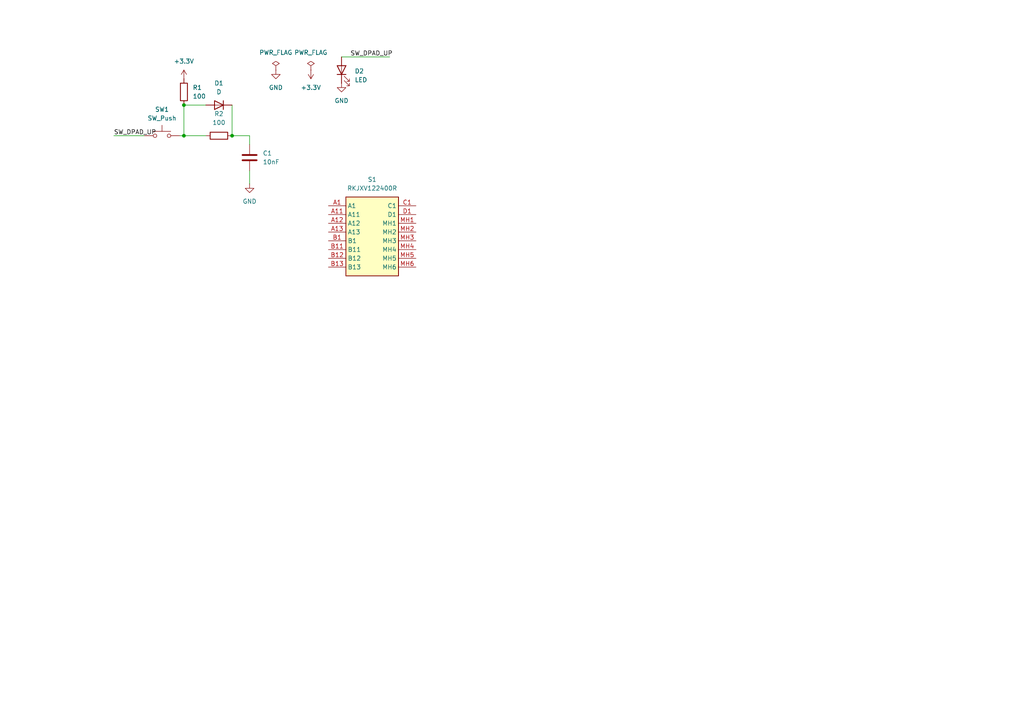
<source format=kicad_sch>
(kicad_sch (version 20231120) (generator "eeschema") (generator_version "8.0")
  (paper "A4")
  (lib_symbols
    (symbol "Device:C" (pin_numbers hide) (pin_names (offset 0.254))
      (property "Reference" "C" (at 0.635 2.54 0))
      (property "Value" "C" (at 0.635 -2.54 0))
      (symbol "C_0_1"
        (polyline (pts (xy -2.032 -0.762) (xy 2.032 -0.762)) (stroke (width 0.508)))
        (polyline (pts (xy -2.032 0.762) (xy 2.032 0.762)) (stroke (width 0.508)))
      )
      (symbol "C_1_1"
        (pin passive line (at 0 3.81 270) (length 2.794) (name "~") (number "1"))
        (pin passive line (at 0 -3.81 90) (length 2.794) (name "~") (number "2"))
      )
    )
    (symbol "Device:D" (pin_numbers hide) (pin_names (offset 1.016) hide)
      (property "Reference" "D" (at 0 2.54 0))
      (property "Value" "D" (at 0 -2.54 0))
      (symbol "D_0_1"
        (polyline (pts (xy -1.27 1.27) (xy -1.27 -1.27)) (stroke (width 0.254)))
        (polyline (pts (xy 1.27 0) (xy -1.27 0)))
        (polyline (pts (xy 1.27 1.27) (xy 1.27 -1.27) (xy -1.27 0) (xy 1.27 1.27)) (stroke (width 0.254)))
      )
      (symbol "D_1_1"
        (pin passive line (at -3.81 0 0) (length 2.54) (name "K") (number "1"))
        (pin passive line (at 3.81 0 180) (length 2.54) (name "A") (number "2"))
      )
    )
    (symbol "Device:LED" (pin_numbers hide) (pin_names (offset 1.016) hide)
      (property "Reference" "D" (at 0 2.54 0))
      (property "Value" "LED" (at 0 -2.54 0))
      (symbol "LED_0_1"
        (polyline (pts (xy -1.27 -1.27) (xy -1.27 1.27)) (stroke (width 0.254)))
        (polyline (pts (xy -1.27 0) (xy 1.27 0)))
        (polyline (pts (xy 1.27 -1.27) (xy 1.27 1.27) (xy -1.27 0) (xy 1.27 -1.27)) (stroke (width 0.254)))
        (polyline (pts (xy -3.048 -0.762) (xy -4.572 -2.286) (xy -3.81 -2.286) (xy -4.572 -2.286) (xy -4.572 -1.524)))
        (polyline (pts (xy -1.778 -0.762) (xy -3.302 -2.286) (xy -2.54 -2.286) (xy -3.302 -2.286) (xy -3.302 -1.524)))
      )
      (symbol "LED_1_1"
        (pin passive line (at -3.81 0 0) (length 2.54) (name "K") (number "1"))
        (pin passive line (at 3.81 0 180) (length 2.54) (name "A") (number "2"))
      )
    )
    (symbol "Device:R" (pin_numbers hide) (pin_names (offset 0))
      (property "Reference" "R" (at 2.032 0 90))
      (property "Value" "R" (at 0 0 90))
      (symbol "R_0_1"
        (rectangle (start -1.016 -2.54) (end 1.016 2.54) (stroke (width 0.254)))
      )
      (symbol "R_1_1"
        (pin passive line (at 0 3.81 270) (length 1.27) (name "~") (number "1"))
        (pin passive line (at 0 -3.81 90) (length 1.27) (name "~") (number "2"))
      )
    )
    (symbol "RKJXV122400R:RKJXV122400R"
      (property "Reference" "S" (at 21.59 7.62 0))
      (property "Value" "RKJXV122400R" (at 21.59 5.08 0))
      (symbol "RKJXV122400R_1_1"
        (rectangle (start 5.08 2.54) (end 20.32 -20.32) (stroke (width 0.254)) (fill (type background)))
        (pin passive line (at 0 0 0) (length 5.08) (name "A1") (number "A1"))
        (pin passive line (at 0 -2.54 0) (length 5.08) (name "A11") (number "A11"))
        (pin passive line (at 0 -5.08 0) (length 5.08) (name "A12") (number "A12"))
        (pin passive line (at 0 -7.62 0) (length 5.08) (name "A13") (number "A13"))
        (pin passive line (at 0 -10.16 0) (length 5.08) (name "B1") (number "B1"))
        (pin passive line (at 0 -12.7 0) (length 5.08) (name "B11") (number "B11"))
        (pin passive line (at 0 -15.24 0) (length 5.08) (name "B12") (number "B12"))
        (pin passive line (at 0 -17.78 0) (length 5.08) (name "B13") (number "B13"))
        (pin passive line (at 25.4 0 180) (length 5.08) (name "C1") (number "C1"))
        (pin passive line (at 25.4 -2.54 180) (length 5.08) (name "D1") (number "D1"))
        (pin passive line (at 25.4 -5.08 180) (length 5.08) (name "MH1") (number "MH1"))
        (pin passive line (at 25.4 -7.62 180) (length 5.08) (name "MH2") (number "MH2"))
        (pin passive line (at 25.4 -10.16 180) (length 5.08) (name "MH3") (number "MH3"))
        (pin passive line (at 25.4 -12.7 180) (length 5.08) (name "MH4") (number "MH4"))
        (pin passive line (at 25.4 -15.24 180) (length 5.08) (name "MH5") (number "MH5"))
        (pin passive line (at 25.4 -17.78 180) (length 5.08) (name "MH6") (number "MH6"))
      )
    )
    (symbol "Switch:SW_Push" (pin_numbers hide) (pin_names (offset 1.016) hide)
      (property "Reference" "SW" (at 1.27 2.54 0))
      (property "Value" "SW_Push" (at 0 -1.524 0))
      (symbol "SW_Push_0_1"
        (circle (center -2.032 0) (radius 0.508))
        (polyline (pts (xy 0 1.27) (xy 0 3.048)))
        (polyline (pts (xy 2.54 1.27) (xy -2.54 1.27)))
        (circle (center 2.032 0) (radius 0.508))
        (pin passive line (at -5.08 0 0) (length 2.54) (name "1") (number "1"))
        (pin passive line (at 5.08 0 180) (length 2.54) (name "2") (number "2"))
      )
    )
    (symbol "power:+3.3V" (power) (pin_numbers hide) (pin_names (offset 0) hide)
      (property "Value" "+3.3V" (at 0 3.556 0))
      (symbol "+3.3V_0_1"
        (polyline (pts (xy -0.762 1.27) (xy 0 2.54)))
        (polyline (pts (xy 0 0) (xy 0 2.54)))
        (polyline (pts (xy 0 2.54) (xy 0.762 1.27)))
      )
      (symbol "+3.3V_1_1"
        (pin power_in line (at 0 0 90) (length 0) (name "~") (number "1"))
      )
    )
    (symbol "power:GND" (power) (pin_numbers hide) (pin_names (offset 0) hide)
      (property "Value" "GND" (at 0 -3.81 0))
      (symbol "GND_0_1"
        (polyline (pts (xy 0 0) (xy 0 -1.27) (xy 1.27 -1.27) (xy 0 -2.54) (xy -1.27 -1.27) (xy 0 -1.27)))
      )
      (symbol "GND_1_1"
        (pin power_in line (at 0 0 270) (length 0) (name "~") (number "1"))
      )
    )
    (symbol "power:PWR_FLAG" (power) (pin_numbers hide) (pin_names (offset 0) hide)
      (property "Value" "PWR_FLAG" (at 0 3.81 0))
      (symbol "PWR_FLAG_0_0"
        (pin power_out line (at 0 0 90) (length 0) (name "~") (number "1"))
      )
      (symbol "PWR_FLAG_0_1"
        (polyline (pts (xy 0 0) (xy 0 1.27) (xy -1.016 1.905) (xy 0 2.54) (xy 1.016 1.905) (xy 0 1.27)))
      )
    )
  )
  (junction (at 53.34 39.37))
  (junction (at 67.31 39.37))
  (junction (at 53.34 30.48))
  (wire (pts (xy 53.34 39.37) (xy 52.07 39.37)))
  (wire (pts (xy 99.06 16.51) (xy 113.03 16.51)))
  (wire (pts (xy 72.39 39.37) (xy 72.39 41.91)))
  (wire (pts (xy 67.31 39.37) (xy 72.39 39.37)))
  (wire (pts (xy 59.69 39.37) (xy 53.34 39.37)))
  (wire (pts (xy 33.02 39.37) (xy 41.91 39.37)))
  (wire (pts (xy 72.39 49.53) (xy 72.39 53.34)))
  (wire (pts (xy 53.34 30.48) (xy 53.34 39.37)))
  (wire (pts (xy 67.31 30.48) (xy 67.31 39.37)))
  (wire (pts (xy 59.69 30.48) (xy 53.34 30.48)))
  (label "SW_DPAD_UP" (at 101.6 16.51 0))
  (label "SW_DPAD_UP" (at 33.02 39.37 0))
  (symbol (lib_id "Device:LED") (at 99.06 20.32 90) (unit 1)
    (property "Reference" "D2" (at 102.87 20.6374 90) (effects (justify right)))
    (property "Value" "LED" (at 102.87 23.1774 90) (effects (justify right)))
    (property "Footprint" "LED_THT:LED_D3.0mm" (effects (hide yes)))
    (property "Description" "Light emitting diode" (effects (hide yes)))
  )
  (symbol (lib_id "power:+3.3V") (at 90.17 20.32 180) (unit 1)
    (property "Reference" "#PWR05" (effects (hide yes)))
    (property "Value" "+3.3V" (at 90.17 25.4 0))
    (property "Description" "Power symbol creates a global label with name \"+3.3V\"" (effects (hide yes)))
  )
  (symbol (lib_id "RKJXV122400R:RKJXV122400R") (at 95.25 59.69 0) (unit 1)
    (property "Reference" "S1" (at 107.95 52.07 0))
    (property "Value" "RKJXV122400R" (at 107.95 54.61 0))
    (property "Footprint" "RKJXV122400R" (effects (hide yes)))
    (property "Datasheet" "https://tech.alpsalpine.com/prod/e/html/multicontrol/potentiometer/rkjxk/rkjxv122400r.html" (effects (hide yes)))
    (property "Description" "Multi Control Devices Potentiometer Type ThumbPointer (Stick Controller) RKJXV Series" (effects (hide yes)))
    (property "Height" "18.95" (effects (hide yes)))
    (property "Mouser Part Number" "688-RKJXV122400R" (effects (hide yes)))
    (property "Mouser Price/Stock" "https://www.mouser.co.uk/ProductDetail/Alps-Alpine/RKJXV122400R?qs=GedFDFLaBXEbB%252ByoOVwLBg%3D%3D" (effects (hide yes)))
    (property "Manufacturer_Name" "ALPS Electric" (effects (hide yes)))
    (property "Manufacturer_Part_Number" "RKJXV122400R" (effects (hide yes)))
  )
  (symbol (lib_id "power:GND") (at 99.06 24.13 0) (unit 1)
    (property "Reference" "#PWR03" (effects (hide yes)))
    (property "Value" "GND" (at 99.06 29.21 0))
    (property "Description" "Power symbol creates a global label with name \"GND\" , ground" (effects (hide yes)))
  )
  (symbol (lib_id "power:GND") (at 72.39 53.34 0) (unit 1)
    (property "Reference" "#PWR01" (effects (hide yes)))
    (property "Value" "GND" (at 72.39 58.42 0))
    (property "Description" "Power symbol creates a global label with name \"GND\" , ground" (effects (hide yes)))
  )
  (symbol (lib_id "Device:D") (at 63.5 30.48 180) (unit 1)
    (property "Reference" "D1" (at 63.5 24.13 0))
    (property "Value" "D" (at 63.5 26.67 0))
    (property "Footprint" "Diode_THT:D_5W_P10.16mm_Horizontal" (effects (hide yes)))
    (property "Description" "Diode" (effects (hide yes)))
    (property "Sim.Device" "D" (effects (hide yes)))
    (property "Sim.Pins" "1=K 2=A" (effects (hide yes)))
  )
  (symbol (lib_id "Device:C") (at 72.39 45.72 0) (unit 1)
    (property "Reference" "C1" (at 76.2 44.4499 0) (effects (justify left)))
    (property "Value" "10nF" (at 76.2 46.9899 0) (effects (justify left)))
    (property "Footprint" "Capacitor_THT:C_Disc_D5.1mm_W3.2mm_P5.00mm" (effects (hide yes)))
    (property "Description" "Unpolarized capacitor" (effects (hide yes)))
  )
  (symbol (lib_id "power:PWR_FLAG") (at 80.01 20.32 0) (unit 1)
    (property "Reference" "#FLG01" (effects (hide yes)))
    (property "Value" "PWR_FLAG" (at 80.01 15.24 0))
    (property "Description" "Special symbol for telling ERC where power comes from" (effects (hide yes)))
  )
  (symbol (lib_id "Switch:SW_Push") (at 46.99 39.37 0) (unit 1)
    (property "Reference" "SW1" (at 46.99 31.75 0))
    (property "Value" "SW_Push" (at 46.99 34.29 0))
    (property "Footprint" "Button_Switch_THT:SW_PUSH_6mm" (effects (hide yes)))
    (property "Description" "Push button switch, generic, two pins" (effects (hide yes)))
  )
  (symbol (lib_id "power:PWR_FLAG") (at 90.17 20.32 0) (unit 1)
    (property "Reference" "#FLG02" (effects (hide yes)))
    (property "Value" "PWR_FLAG" (at 90.17 15.24 0))
    (property "Description" "Special symbol for telling ERC where power comes from" (effects (hide yes)))
  )
  (symbol (lib_id "Device:R") (at 53.34 26.67 0) (unit 1)
    (property "Reference" "R1" (at 55.88 25.3999 0) (effects (justify left)))
    (property "Value" "100" (at 55.88 27.9399 0) (effects (justify left)))
    (property "Footprint" "Resistor_THT:R_Axial_DIN0207_L6.3mm_D2.5mm_P7.62mm_Horizontal" (effects (hide yes)))
    (property "Description" "Resistor" (effects (hide yes)))
  )
  (symbol (lib_id "Device:R") (at 63.5 39.37 90) (unit 1)
    (property "Reference" "R2" (at 63.5 33.02 90))
    (property "Value" "100" (at 63.5 35.56 90))
    (property "Footprint" "Resistor_THT:R_Axial_DIN0207_L6.3mm_D2.5mm_P7.62mm_Horizontal" (effects (hide yes)))
    (property "Description" "Resistor" (effects (hide yes)))
  )
  (symbol (lib_id "power:GND") (at 80.01 20.32 0) (unit 1)
    (property "Reference" "#PWR04" (effects (hide yes)))
    (property "Value" "GND" (at 80.01 25.4 0))
    (property "Description" "Power symbol creates a global label with name \"GND\" , ground" (effects (hide yes)))
  )
  (symbol (lib_id "power:+3.3V") (at 53.34 22.86 0) (unit 1)
    (property "Reference" "#PWR02" (effects (hide yes)))
    (property "Value" "+3.3V" (at 53.34 17.78 0))
    (property "Description" "Power symbol creates a global label with name \"+3.3V\"" (effects (hide yes)))
  )
)
</source>
